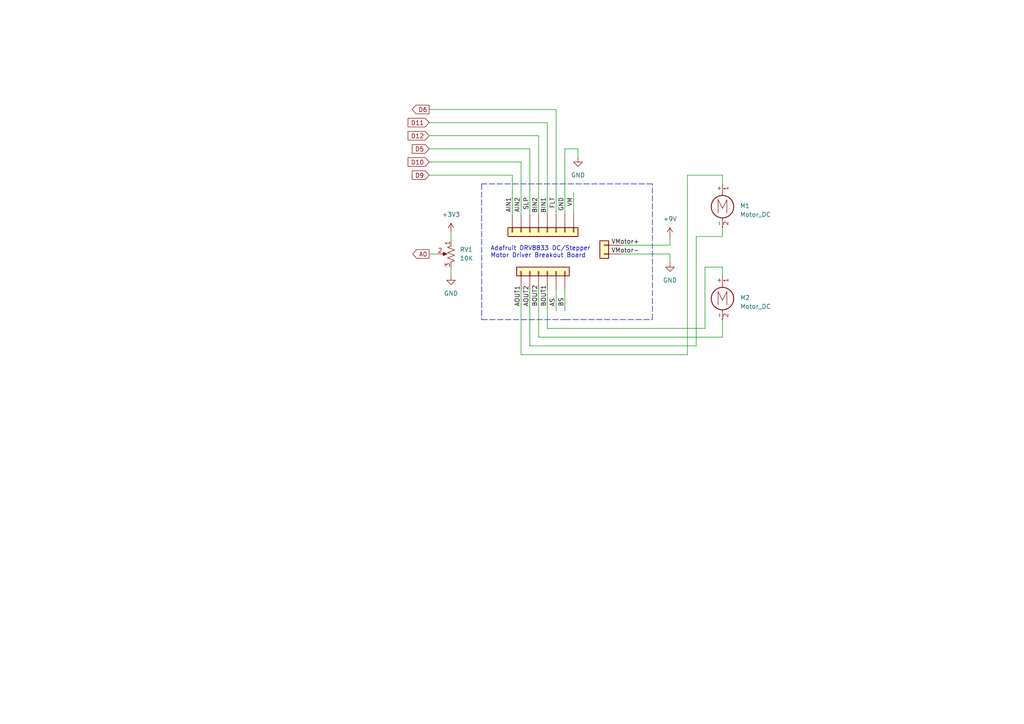
<source format=kicad_sch>
(kicad_sch (version 20211123) (generator eeschema)
  (paper "A4")
  (title_block (title "CircuitPython With DC Motor Controller") (date "2022-07-13") (rev "0.1") (company "Woolsey Workshop") (comment 1 "By John Woolsey"))
  (lib_symbols
    (symbol "Conn_01x06_1" (pin_numbers hide) (pin_names (offset 1.016) hide)
      (property "Reference" "J" (at 0 7.62 0))
      (property "Value" "Conn_01x06_1" (at 0 -10.16 0))
      (symbol "Conn_01x06_1_1_1"
        (rectangle (start -1.27 -7.493) (end 0 -7.747) (stroke (width 0.1524)))
        (rectangle (start -1.27 -4.953) (end 0 -5.207) (stroke (width 0.1524)))
        (rectangle (start -1.27 -2.413) (end 0 -2.667) (stroke (width 0.1524)))
        (rectangle (start -1.27 0.127) (end 0 -0.127) (stroke (width 0.1524)))
        (rectangle (start -1.27 2.667) (end 0 2.413) (stroke (width 0.1524)))
        (rectangle (start -1.27 5.207) (end 0 4.953) (stroke (width 0.1524)))
        (rectangle (start -1.27 6.35) (end 1.27 -8.89) (stroke (width 0.254)) (fill (type background)))
        (pin passive line (at -5.08 5.08 0) (length 3.81) (name "Pin_1") (number "1"))
        (pin passive line (at -5.08 2.54 0) (length 3.81) (name "Pin_2") (number "2"))
        (pin passive line (at -5.08 0 0) (length 3.81) (name "Pin_3") (number "3"))
        (pin passive line (at -5.08 -2.54 0) (length 3.81) (name "Pin_4") (number "4"))
        (pin passive line (at -5.08 -5.08 0) (length 3.81) (name "Pin_5") (number "5"))
        (pin passive line (at -5.08 -7.62 0) (length 3.81) (name "Pin_6") (number "6"))
      )
    )
    (symbol "Conn_01x08_1" (pin_numbers hide) (pin_names (offset 1.016) hide)
      (property "Reference" "J" (at 0 10.16 0))
      (property "Value" "Conn_01x08_1" (at 0 -12.7 0))
      (symbol "Conn_01x08_1_1_1"
        (rectangle (start -1.27 -10.033) (end 0 -10.287) (stroke (width 0.1524)))
        (rectangle (start -1.27 -7.493) (end 0 -7.747) (stroke (width 0.1524)))
        (rectangle (start -1.27 -4.953) (end 0 -5.207) (stroke (width 0.1524)))
        (rectangle (start -1.27 -2.413) (end 0 -2.667) (stroke (width 0.1524)))
        (rectangle (start -1.27 0.127) (end 0 -0.127) (stroke (width 0.1524)))
        (rectangle (start -1.27 2.667) (end 0 2.413) (stroke (width 0.1524)))
        (rectangle (start -1.27 5.207) (end 0 4.953) (stroke (width 0.1524)))
        (rectangle (start -1.27 7.747) (end 0 7.493) (stroke (width 0.1524)))
        (rectangle (start -1.27 8.89) (end 1.27 -11.43) (stroke (width 0.254)) (fill (type background)))
        (pin passive line (at -5.08 7.62 0) (length 3.81) (name "Pin_1") (number "1"))
        (pin passive line (at -5.08 5.08 0) (length 3.81) (name "Pin_2") (number "2"))
        (pin passive line (at -5.08 2.54 0) (length 3.81) (name "Pin_3") (number "3"))
        (pin passive line (at -5.08 0 0) (length 3.81) (name "Pin_4") (number "4"))
        (pin passive line (at -5.08 -2.54 0) (length 3.81) (name "Pin_5") (number "5"))
        (pin passive line (at -5.08 -5.08 0) (length 3.81) (name "Pin_6") (number "6"))
        (pin passive line (at -5.08 -7.62 0) (length 3.81) (name "Pin_7") (number "7"))
        (pin passive line (at -5.08 -10.16 0) (length 3.81) (name "Pin_8") (number "8"))
      )
    )
    (symbol "Connector_Generic:Conn_01x02" (pin_numbers hide) (pin_names (offset 1.016) hide)
      (property "Reference" "J" (at 0 2.54 0))
      (property "Value" "Conn_01x02" (at 0 -5.08 0))
      (symbol "Conn_01x02_1_1"
        (rectangle (start -1.27 -2.413) (end 0 -2.667) (stroke (width 0.1524)))
        (rectangle (start -1.27 0.127) (end 0 -0.127) (stroke (width 0.1524)))
        (rectangle (start -1.27 1.27) (end 1.27 -3.81) (stroke (width 0.254)) (fill (type background)))
        (pin passive line (at -5.08 0 0) (length 3.81) (name "Pin_1") (number "1"))
        (pin passive line (at -5.08 -2.54 0) (length 3.81) (name "Pin_2") (number "2"))
      )
    )
    (symbol "Device:R_Potentiometer_US" (pin_names (offset 1.016) hide)
      (property "Reference" "RV" (at -4.445 0 90))
      (property "Value" "R_Potentiometer_US" (at -2.54 0 90))
      (symbol "R_Potentiometer_US_0_1"
        (polyline (pts (xy 0 -2.286) (xy 0 -2.54)))
        (polyline (pts (xy 0 2.54) (xy 0 2.286)))
        (polyline (pts (xy 2.54 0) (xy 1.524 0)))
        (polyline (pts (xy 1.143 0) (xy 2.286 0.508) (xy 2.286 -0.508) (xy 1.143 0)) (fill (type outline)))
        (polyline (pts (xy 0 -0.762) (xy 1.016 -1.143) (xy 0 -1.524) (xy -1.016 -1.905) (xy 0 -2.286)))
        (polyline (pts (xy 0 0.762) (xy 1.016 0.381) (xy 0 0) (xy -1.016 -0.381) (xy 0 -0.762)))
        (polyline (pts (xy 0 2.286) (xy 1.016 1.905) (xy 0 1.524) (xy -1.016 1.143) (xy 0 0.762)))
      )
      (symbol "R_Potentiometer_US_1_1"
        (pin passive line (at 0 3.81 270) (length 1.27) (name "1") (number "1"))
        (pin passive line (at 3.81 0 180) (length 1.27) (name "2") (number "2"))
        (pin passive line (at 0 -3.81 90) (length 1.27) (name "3") (number "3"))
      )
    )
    (symbol "Motor:Motor_DC" (pin_names (offset 0))
      (property "Reference" "M" (at 2.54 2.54 0))
      (property "Value" "Motor_DC" (at 2.54 -5.08 0))
      (symbol "Motor_DC_0_0"
        (polyline (pts (xy -1.27 -3.302) (xy -1.27 0.508) (xy 0 -2.032) (xy 1.27 0.508) (xy 1.27 -3.302)))
      )
      (symbol "Motor_DC_0_1"
        (circle (center 0 -1.524) (radius 3.2512) (stroke (width 0.254)))
        (polyline (pts (xy 0 -7.62) (xy 0 -7.112)))
        (polyline (pts (xy 0 -4.7752) (xy 0 -5.1816)))
        (polyline (pts (xy 0 1.7272) (xy 0 2.0828)))
        (polyline (pts (xy 0 2.032) (xy 0 2.54)))
      )
      (symbol "Motor_DC_1_1"
        (pin passive line (at 0 5.08 270) (length 2.54) (name "+") (number "1"))
        (pin passive line (at 0 -7.62 90) (length 2.54) (name "-") (number "2"))
      )
    )
    (symbol "power:+3V3" (power) (pin_names (offset 0))
      (property "Value" "+3V3" (at 0 3.556 0))
      (symbol "+3V3_0_1"
        (polyline (pts (xy -0.762 1.27) (xy 0 2.54)))
        (polyline (pts (xy 0 0) (xy 0 2.54)))
        (polyline (pts (xy 0 2.54) (xy 0.762 1.27)))
      )
      (symbol "+3V3_1_1"
        (pin power_in line (at 0 0 90) (length 0) hide (name "+3V3") (number "1"))
      )
    )
    (symbol "power:+9V" (power) (pin_names (offset 0))
      (property "Value" "+9V" (at 0 3.556 0))
      (symbol "+9V_0_1"
        (polyline (pts (xy -0.762 1.27) (xy 0 2.54)))
        (polyline (pts (xy 0 0) (xy 0 2.54)))
        (polyline (pts (xy 0 2.54) (xy 0.762 1.27)))
      )
      (symbol "+9V_1_1"
        (pin power_in line (at 0 0 90) (length 0) hide (name "+9V") (number "1"))
      )
    )
    (symbol "power:GND" (power) (pin_names (offset 0))
      (property "Value" "GND" (at 0 -3.81 0))
      (symbol "GND_0_1"
        (polyline (pts (xy 0 0) (xy 0 -1.27) (xy 1.27 -1.27) (xy 0 -2.54) (xy -1.27 -1.27) (xy 0 -1.27)))
      )
      (symbol "GND_1_1"
        (pin power_in line (at 0 0 270) (length 0) hide (name "GND") (number "1"))
      )
    )
  )
  (wire (pts (xy 163.83 43.18) (xy 163.83 62.23)))
  (wire (pts (xy 201.93 100.33) (xy 201.93 68.58)))
  (wire (pts (xy 153.67 83.82) (xy 153.67 100.33)))
  (wire (pts (xy 199.39 50.8) (xy 209.55 50.8)))
  (polyline (pts (xy 139.7 92.71) (xy 163.83 92.71)))
  (wire (pts (xy 156.21 39.37) (xy 156.21 62.23)))
  (wire (pts (xy 199.39 102.87) (xy 199.39 50.8)))
  (wire (pts (xy 158.75 83.82) (xy 158.75 95.25)))
  (wire (pts (xy 204.47 77.47) (xy 209.55 77.47)))
  (wire (pts (xy 209.55 97.79) (xy 209.55 92.71)))
  (wire (pts (xy 130.81 80.01) (xy 130.81 77.47)))
  (wire (pts (xy 209.55 77.47) (xy 209.55 80.01)))
  (wire (pts (xy 161.29 31.75) (xy 161.29 62.23)))
  (wire (pts (xy 158.75 95.25) (xy 204.47 95.25)))
  (wire (pts (xy 153.67 43.18) (xy 153.67 62.23)))
  (wire (pts (xy 194.31 68.58) (xy 194.31 71.12)))
  (wire (pts (xy 163.83 43.18) (xy 167.64 43.18)))
  (wire (pts (xy 148.59 50.8) (xy 148.59 62.23)))
  (wire (pts (xy 180.34 73.66) (xy 194.31 73.66)))
  (wire (pts (xy 201.93 68.58) (xy 209.55 68.58)))
  (wire (pts (xy 166.37 55.88) (xy 166.37 62.23)))
  (wire (pts (xy 161.29 83.82) (xy 161.29 90.17)))
  (wire (pts (xy 209.55 50.8) (xy 209.55 53.34)))
  (wire (pts (xy 124.46 43.18) (xy 153.67 43.18)))
  (wire (pts (xy 158.75 35.56) (xy 158.75 62.23)))
  (wire (pts (xy 153.67 100.33) (xy 201.93 100.33)))
  (wire (pts (xy 204.47 95.25) (xy 204.47 77.47)))
  (wire (pts (xy 151.13 46.99) (xy 151.13 62.23)))
  (wire (pts (xy 124.46 35.56) (xy 158.75 35.56)))
  (polyline (pts (xy 139.7 53.34) (xy 139.7 92.71)))
  (wire (pts (xy 124.46 46.99) (xy 151.13 46.99)))
  (polyline (pts (xy 189.23 53.34) (xy 139.7 53.34)))
  (polyline (pts (xy 189.23 92.71) (xy 189.23 53.34)))
  (wire (pts (xy 124.46 73.66) (xy 127 73.66)))
  (wire (pts (xy 180.34 71.12) (xy 194.31 71.12)))
  (wire (pts (xy 130.81 67.31) (xy 130.81 69.85)))
  (wire (pts (xy 151.13 102.87) (xy 199.39 102.87)))
  (wire (pts (xy 167.64 43.18) (xy 167.64 45.72)))
  (wire (pts (xy 124.46 50.8) (xy 148.59 50.8)))
  (wire (pts (xy 163.83 83.82) (xy 163.83 90.17)))
  (wire (pts (xy 151.13 83.82) (xy 151.13 102.87)))
  (wire (pts (xy 209.55 68.58) (xy 209.55 66.04)))
  (wire (pts (xy 156.21 97.79) (xy 209.55 97.79)))
  (wire (pts (xy 156.21 83.82) (xy 156.21 97.79)))
  (polyline (pts (xy 163.83 92.71) (xy 189.23 92.71)))
  (wire (pts (xy 194.31 73.66) (xy 194.31 76.2)))
  (wire (pts (xy 161.29 31.75) (xy 124.46 31.75)))
  (wire (pts (xy 124.46 39.37) (xy 156.21 39.37)))
  (text "Adafruit DRV8833 DC/Stepper\nMotor Driver Breakout Board" (at 142.24 74.93 0) (effects (font (size 1.27 1.27)) (justify left bottom)))
  (label "VMotor-" (at 185.42 73.66 180))
  (label "AOUT1" (at 151.13 88.9 90))
  (label "AIN1" (at 148.59 57.15 270))
  (label "VMotor+" (at 185.42 71.12 180))
  (label "VM" (at 166.37 57.15 270))
  (label "BOUT2" (at 156.21 88.9 90))
  (label "GND" (at 163.83 57.15 270))
  (label "AOUT2" (at 153.67 88.9 90))
  (label "BIN1" (at 158.75 57.15 270))
  (label "SLP" (at 153.67 57.15 270))
  (label "FLT" (at 161.29 57.15 270))
  (label "BIN2" (at 156.21 57.15 270))
  (label "AIN2" (at 151.13 57.15 270))
  (label "BOUT1" (at 158.75 88.9 90))
  (label "BS" (at 163.83 88.9 90))
  (label "AS" (at 161.29 88.9 90))
  (global_label "D6" (shape output) (at 124.46 31.75 180) (property "Intersheet References" "${INTERSHEET_REFS}" (effects hide)))
  (global_label "D11" (shape input) (at 124.46 35.56 180) (property "Intersheet References" "${INTERSHEET_REFS}" (effects hide)))
  (global_label "A0" (shape output) (at 124.46 73.66 180) (property "Intersheet References" "${INTERSHEET_REFS}" (effects hide)))
  (global_label "D12" (shape input) (at 124.46 39.37 180) (property "Intersheet References" "${INTERSHEET_REFS}" (effects hide)))
  (global_label "D10" (shape input) (at 124.46 46.99 180) (property "Intersheet References" "${INTERSHEET_REFS}" (effects hide)))
  (global_label "D5" (shape input) (at 124.46 43.18 180) (property "Intersheet References" "${INTERSHEET_REFS}" (effects hide)))
  (global_label "D9" (shape input) (at 124.46 50.8 180) (property "Intersheet References" "${INTERSHEET_REFS}" (effects hide)))
  (symbol (lib_id "power:+9V") (at 194.31 68.58 0) (unit 1)
    (property "Reference" "#PWR09" (effects hide))
    (property "Value" "+9V" (at 194.31 63.5 0))
  )
  (symbol (lib_id "Device:R_Potentiometer_US") (at 130.81 73.66 0) (mirror y) (unit 1)
    (property "Reference" "RV1" (at 133.35 72.3899 0) (effects (justify right)))
    (property "Value" "10K" (at 133.35 74.9299 0) (effects (justify right)))
  )
  (symbol (lib_id "power:+3V3") (at 130.81 67.31 0) (mirror y) (unit 1)
    (property "Reference" "#PWR01" (effects hide))
    (property "Value" "+3V3" (at 130.81 62.23 0))
  )
  (symbol (lib_id "Motor:Motor_DC") (at 209.55 58.42 0) (unit 1)
    (property "Reference" "M1" (at 214.63 59.6899 0) (effects (justify left)))
    (property "Value" "Motor_DC" (at 214.63 62.2299 0) (effects (justify left)))
  )
  (symbol (lib_id "power:GND") (at 130.81 80.01 0) (mirror y) (unit 1)
    (property "Reference" "#PWR08" (effects hide))
    (property "Value" "GND" (at 130.81 85.09 0))
  )
  (symbol (lib_id "Connector_Generic:Conn_01x02") (at 175.26 71.12 0) (mirror y) (unit 1)
    (property "Reference" "J7" (effects hide))
    (property "Value" "Conn_01x02" (effects hide))
  )
  (symbol (lib_name "Conn_01x08_1") (lib_id "Connector_Generic:Conn_01x08") (at 156.21 67.31 90) (mirror x) (unit 1)
    (property "Reference" "J5" (effects hide))
    (property "Value" "Conn_01x08" (effects hide))
  )
  (symbol (lib_id "power:GND") (at 167.64 45.72 0) (unit 1)
    (property "Reference" "#PWR05" (effects hide))
    (property "Value" "GND" (at 167.64 50.8 0))
  )
  (symbol (lib_id "power:GND") (at 194.31 76.2 0) (unit 1)
    (property "Reference" "#PWR07" (effects hide))
    (property "Value" "GND" (at 194.31 81.28 0))
  )
  (symbol (lib_id "Motor:Motor_DC") (at 209.55 85.09 0) (unit 1)
    (property "Reference" "M2" (at 214.63 86.3599 0) (effects (justify left)))
    (property "Value" "Motor_DC" (at 214.63 88.8999 0) (effects (justify left)))
  )
  (symbol (lib_name "Conn_01x06_1") (lib_id "Connector_Generic:Conn_01x06") (at 156.21 78.74 90) (unit 1)
    (property "Reference" "J6" (effects hide))
    (property "Value" "Conn_01x06" (effects hide))
  )
)
</source>
